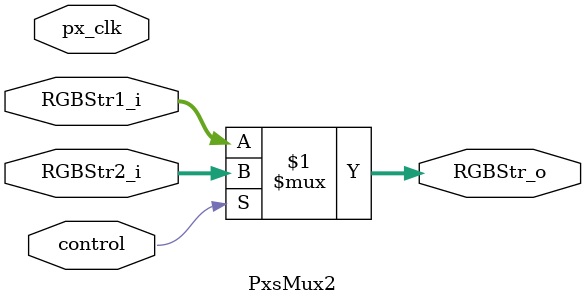
<source format=v>

`include "Pxs.vh"

module PxsMux2 (
            input wire       px_clk,            // pixel clock
			input wire [25:0] RGBStr1_i,		// Input stream 1
			input wire [25:0] RGBStr2_i,		// Input stream 2		
			input wire control,					// strean selector
			output wire [25:0] RGBStr_o			// Otuput stream
         );
		 

assign RGBStr_o = control? RGBStr2_i:RGBStr1_i;

// always @(posedge px_clk)
// begin
	// RGBStr_o <= control? RGBStr2_i:RGBStr1_i;
// end

endmodule

</source>
